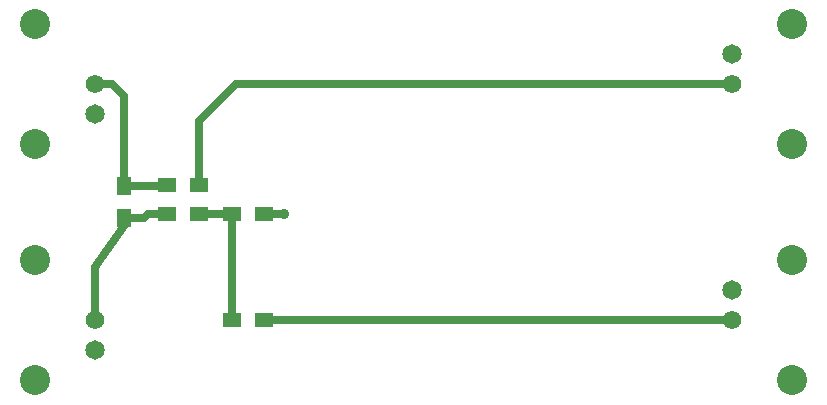
<source format=gbr>
G04 #@! TF.FileFunction,Copper,L1,Top,Signal*
%FSLAX46Y46*%
G04 Gerber Fmt 4.6, Leading zero omitted, Abs format (unit mm)*
G04 Created by KiCad (PCBNEW 4.0.5) date 05/28/17 14:54:10*
%MOMM*%
%LPD*%
G01*
G04 APERTURE LIST*
%ADD10C,0.150000*%
%ADD11C,1.574800*%
%ADD12C,1.651000*%
%ADD13C,2.540000*%
%ADD14R,1.500000X1.300000*%
%ADD15R,1.300000X1.500000*%
%ADD16C,0.889000*%
%ADD17C,0.635000*%
G04 APERTURE END LIST*
D10*
D11*
X13000000Y-12500000D03*
D12*
X13000000Y-15040000D03*
D13*
X7920000Y-17580000D03*
X7920000Y-7420000D03*
D11*
X67000000Y-12500000D03*
D12*
X67000000Y-9960000D03*
D13*
X72080000Y-7420000D03*
X72080000Y-17580000D03*
D14*
X27350000Y-32500000D03*
X24650000Y-32500000D03*
D15*
X15500000Y-23850000D03*
X15500000Y-21150000D03*
D14*
X19150000Y-23500000D03*
X21850000Y-23500000D03*
X19150000Y-21000000D03*
X21850000Y-21000000D03*
X24650000Y-23500000D03*
X27350000Y-23500000D03*
D11*
X13000000Y-32500000D03*
D12*
X13000000Y-35040000D03*
D13*
X7920000Y-37580000D03*
X7920000Y-27420000D03*
D11*
X67000000Y-32500000D03*
D12*
X67000000Y-29960000D03*
D13*
X72080000Y-27420000D03*
X72080000Y-37580000D03*
D16*
X29000000Y-23500000D03*
D17*
X27350000Y-23500000D02*
X29000000Y-23500000D01*
X15500000Y-21150000D02*
X19000000Y-21150000D01*
X19000000Y-21150000D02*
X19150000Y-21000000D01*
X15500000Y-21150000D02*
X15500000Y-13500000D01*
X14500000Y-12500000D02*
X13000000Y-12500000D01*
X15500000Y-13500000D02*
X14500000Y-12500000D01*
X15500000Y-23850000D02*
X17150000Y-23850000D01*
X17500000Y-23500000D02*
X19150000Y-23500000D01*
X17150000Y-23850000D02*
X17500000Y-23500000D01*
X13000000Y-32500000D02*
X13000000Y-28000000D01*
X13000000Y-28000000D02*
X15500000Y-24500000D01*
X21850000Y-21000000D02*
X21850000Y-15650000D01*
X25000000Y-12500000D02*
X67000000Y-12500000D01*
X21850000Y-15650000D02*
X25000000Y-12500000D01*
X67000000Y-32500000D02*
X27350000Y-32500000D01*
X24650000Y-23500000D02*
X24650000Y-32500000D01*
X21850000Y-23500000D02*
X24650000Y-23500000D01*
M02*

</source>
